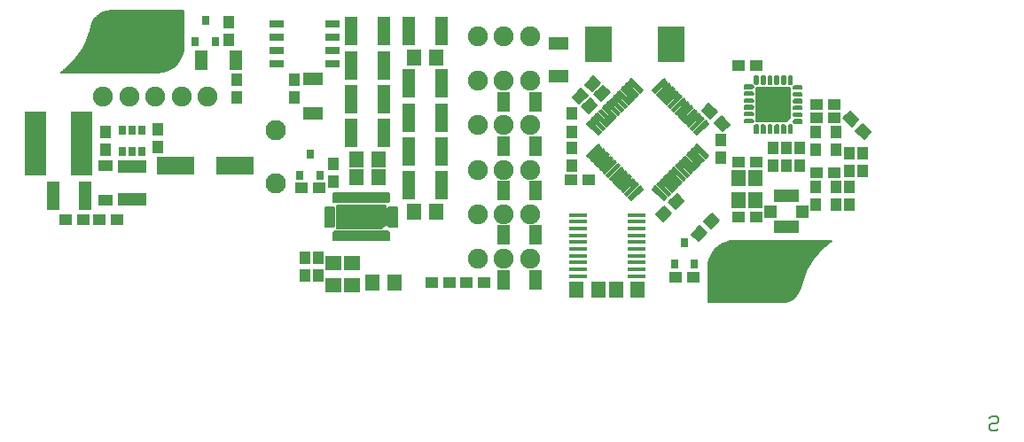
<source format=gbs>
G04 BAE OUTPUT*
%MOIN*%
%ADD10C,0.00500*%
%ADD11C,0.00787*%
%ADD12R,0.00787X0.05904*%
%ADD13R,0.00787X0.05906*%
%ADD14R,0.00787X0.06299*%
%ADD15R,0.00787X0.10236*%
%ADD16C,0.00984*%
%ADD17R,0.00984X0.09843*%
%ADD18R,0.00984X0.11811*%
%ADD19R,0.00984X0.27559*%
%ADD20R,0.00984X0.44291*%
%ADD21C,0.00985*%
%ADD22R,0.00985X0.09843*%
%ADD23R,0.00985X0.11811*%
%ADD24R,0.00985X0.27559*%
%ADD25R,0.00985X0.44291*%
%ADD26R,0.01102X0.05904*%
%ADD27R,0.01102X0.05906*%
%ADD28C,0.01181*%
%ADD29R,0.01181X0.06102*%
%ADD30R,0.01181X0.11811*%
%ADD31C,0.01575*%
%ADD32R,0.01575X0.02362*%
%ADD33R,0.01575X0.05906*%
%ADD34R,0.01575X0.18898*%
%ADD35R,0.01575X0.23228*%
%ADD36C,0.01576*%
%ADD37R,0.01576X0.02362*%
%ADD38R,0.01576X0.05904*%
%ADD39R,0.01576X0.18898*%
%ADD40R,0.01576X0.23228*%
%ADD41R,0.01693X0.06496*%
%ADD42R,0.01772X0.06693*%
%ADD43C,0.01969*%
%ADD44R,0.01969X0.02362*%
%ADD45R,0.02164X0.06496*%
%ADD46R,0.02165X0.06496*%
%ADD47R,0.02362X0.01575*%
%ADD48R,0.02362X0.01576*%
%ADD49R,0.02362X0.01969*%
%ADD50C,0.02362*%
%ADD51R,0.02362X0.02362*%
%ADD52R,0.02362X0.02755*%
%ADD53R,0.02362X0.02756*%
%ADD54R,0.02362X0.05118*%
%ADD55R,0.02362X0.06102*%
%ADD56R,0.02520X0.02520*%
%ADD57R,0.02755X0.02362*%
%ADD58R,0.02756X0.02362*%
%ADD59R,0.02953X0.03346*%
%ADD60R,0.02953X0.05709*%
%ADD61R,0.02953X0.06693*%
%ADD62R,0.03150X0.05904*%
%ADD63R,0.03150X0.05906*%
%ADD64R,0.03346X0.02953*%
%ADD65C,0.03543*%
%ADD66R,0.03543X0.04331*%
%ADD67R,0.03543X0.04724*%
%ADD68R,0.03543X0.04725*%
%ADD69R,0.03543X0.05904*%
%ADD70R,0.03543X0.05906*%
%ADD71R,0.03543X0.06299*%
%ADD72R,0.03740X0.06496*%
%ADD73C,0.03937*%
%ADD74R,0.03937X0.04134*%
%ADD75R,0.03937X0.06693*%
%ADD76R,0.03937X0.11811*%
%ADD77R,0.04134X0.03937*%
%ADD78R,0.04134X0.04921*%
%ADD79R,0.04134X0.05315*%
%ADD80R,0.04134X0.05316*%
%ADD81R,0.04134X0.08661*%
%ADD82R,0.04331X0.03543*%
%ADD83R,0.04331X0.06693*%
%ADD84R,0.04331X0.10236*%
%ADD85R,0.04528X0.04724*%
%ADD86R,0.04528X0.04725*%
%ADD87R,0.04528X0.07283*%
%ADD88R,0.04528X0.12402*%
%ADD89R,0.04724X0.03543*%
%ADD90R,0.04724X0.04528*%
%ADD91R,0.04724X0.05512*%
%ADD92R,0.04724X0.05906*%
%ADD93R,0.04724X0.07087*%
%ADD94R,0.04724X0.09252*%
%ADD95R,0.04725X0.03543*%
%ADD96R,0.04725X0.04528*%
%ADD97R,0.04725X0.05512*%
%ADD98R,0.04725X0.05904*%
%ADD99R,0.04725X0.07087*%
%ADD100R,0.04725X0.09252*%
%ADD101R,0.04921X0.04134*%
%ADD102R,0.04921X0.07283*%
%ADD103R,0.04921X0.10827*%
%ADD104R,0.05118X0.02362*%
%ADD105R,0.05315X0.04134*%
%ADD106R,0.05315X0.06102*%
%ADD107R,0.05315X0.06496*%
%ADD108R,0.05315X0.07677*%
%ADD109R,0.05316X0.04134*%
%ADD110R,0.05316X0.06102*%
%ADD111R,0.05316X0.06496*%
%ADD112R,0.05316X0.07677*%
%ADD113R,0.05512X0.04724*%
%ADD114R,0.05512X0.04725*%
%ADD115R,0.05709X0.02953*%
%ADD116R,0.05709X0.07874*%
%ADD117R,0.05709X0.07875*%
%ADD118R,0.05904X0.00787*%
%ADD119R,0.05904X0.01102*%
%ADD120R,0.05904X0.01576*%
%ADD121R,0.05904X0.03150*%
%ADD122R,0.05904X0.03543*%
%ADD123R,0.05904X0.04725*%
%ADD124R,0.05904X0.09449*%
%ADD125R,0.05906X0.00787*%
%ADD126R,0.05906X0.01102*%
%ADD127R,0.05906X0.01575*%
%ADD128R,0.05906X0.03150*%
%ADD129R,0.05906X0.03543*%
%ADD130R,0.05906X0.04724*%
%ADD131R,0.05906X0.09449*%
%ADD132R,0.06102X0.01181*%
%ADD133R,0.06102X0.02362*%
%ADD134R,0.06102X0.05315*%
%ADD135R,0.06102X0.05316*%
%ADD136R,0.06299X0.00787*%
%ADD137R,0.06299X0.03543*%
%ADD138C,0.06299*%
%ADD139R,0.06299X0.08268*%
%ADD140R,0.06299X0.08465*%
%ADD141R,0.06299X0.08466*%
%ADD142R,0.06299X0.13780*%
%ADD143R,0.06496X0.01693*%
%ADD144R,0.06496X0.02164*%
%ADD145R,0.06496X0.02165*%
%ADD146R,0.06496X0.03740*%
%ADD147R,0.06496X0.05315*%
%ADD148R,0.06496X0.05316*%
%ADD149R,0.06693X0.01772*%
%ADD150R,0.06693X0.02953*%
%ADD151R,0.06693X0.03937*%
%ADD152R,0.06693X0.04331*%
%ADD153R,0.06890X0.08858*%
%ADD154R,0.06890X0.14370*%
%ADD155R,0.07087X0.04724*%
%ADD156R,0.07087X0.04725*%
%ADD157C,0.07087*%
%ADD158R,0.07283X0.04528*%
%ADD159R,0.07283X0.04921*%
%ADD160R,0.07283X0.08661*%
%ADD161C,0.07480*%
%ADD162R,0.07677X0.05315*%
%ADD163R,0.07677X0.05316*%
%ADD164C,0.07677*%
%ADD165R,0.07874X0.05709*%
%ADD166R,0.07874X0.23622*%
%ADD167R,0.07875X0.05709*%
%ADD168R,0.07875X0.23622*%
%ADD169R,0.08268X0.06299*%
%ADD170C,0.08268*%
%ADD171R,0.08465X0.06299*%
%ADD172R,0.08465X0.24213*%
%ADD173R,0.08466X0.06299*%
%ADD174R,0.08466X0.24213*%
%ADD175R,0.08661X0.04134*%
%ADD176R,0.08661X0.07283*%
%ADD177R,0.08858X0.06890*%
%ADD178C,0.09054*%
%ADD179C,0.09055*%
%ADD180R,0.09252X0.04724*%
%ADD181R,0.09252X0.04725*%
%ADD182R,0.09449X0.05904*%
%ADD183R,0.09449X0.05906*%
%ADD184C,0.09449*%
%ADD185R,0.09843X0.00984*%
%ADD186R,0.09843X0.00985*%
%ADD187R,0.09843X0.12992*%
%ADD188R,0.10236X0.00787*%
%ADD189R,0.10236X0.04331*%
%ADD190R,0.10433X0.13583*%
%ADD191R,0.10827X0.04921*%
%ADD192R,0.11811X0.00984*%
%ADD193R,0.11811X0.00985*%
%ADD194R,0.11811X0.01181*%
%ADD195R,0.11811X0.03937*%
%ADD196R,0.12402X0.04528*%
%ADD197C,0.12598*%
%ADD198R,0.12992X0.09843*%
%ADD199R,0.13583X0.10433*%
%ADD200R,0.13780X0.06299*%
%ADD201R,0.14370X0.06890*%
%ADD202R,0.16142X0.18898*%
%ADD203R,0.16732X0.19488*%
%ADD204C,0.17717*%
%ADD205R,0.18898X0.01575*%
%ADD206R,0.18898X0.01576*%
%ADD207R,0.18898X0.16142*%
%ADD208R,0.19488X0.16732*%
%ADD209R,0.23228X0.01575*%
%ADD210R,0.23228X0.01576*%
%ADD211R,0.23622X0.07874*%
%ADD212R,0.23622X0.07875*%
%ADD213R,0.24213X0.08465*%
%ADD214R,0.24213X0.08466*%
%ADD215R,0.27559X0.00984*%
%ADD216R,0.27559X0.00985*%
%ADD217R,0.44291X0.00984*%
%ADD218R,0.44291X0.00985*%
%FSLAX34Y34*%
%MOMM*%
G01*
X0Y0D02*
G54D10*
X1013661Y437259D02*
X1005720Y429318D01*
X1012247Y422791*
X1020188Y430732*
X1013661Y437259*
X1025682Y449280D02*
X1017741Y441339D01*
X1024268Y434812*
X1032209Y442753*
X1025682Y449280*
X1143723Y415303D02*
X1135782Y423244D01*
X1129256Y416718*
X1137197Y408777*
X1143723Y415303*
X1155744Y403282D02*
X1147803Y411223D01*
X1141277Y404697*
X1149218Y396756*
X1155744Y403282*
X1104053Y322527D02*
X1111994Y330468D01*
X1105468Y336994*
X1097527Y329053*
X1104053Y322527*
X1092033Y310506D02*
X1099973Y318447D01*
X1093447Y324973*
X1085506Y317032*
X1092033Y310506*
X1278723Y407803D02*
X1270783Y415744D01*
X1264256Y409218*
X1272197Y401277*
X1278723Y407803*
X1290744Y395782D02*
X1282803Y403723D01*
X1276277Y397197*
X1284218Y389256*
X1290744Y395782*
X1030230Y393290D02*
X1033221Y396281D01*
X1022452Y407050*
X1019461Y404059*
X1030230Y393290*
X1062898Y425958D02*
X1065041Y428100D01*
X1054272Y438870*
X1052129Y436727*
X1062898Y425958*
X1066434Y429493D02*
X1068576Y431636D01*
X1057807Y442405*
X1055665Y440263*
X1066434Y429493*
X1069969Y433029D02*
X1072960Y436020D01*
X1062191Y446789*
X1059200Y443798*
X1069969Y433029*
X1082040Y436020D02*
X1085031Y433029D01*
X1095800Y443798*
X1092809Y446789*
X1082040Y436020*
X1086424Y431636D02*
X1088566Y429493D01*
X1099335Y440263*
X1097193Y442405*
X1086424Y431636*
X1089959Y428100D02*
X1092102Y425958D01*
X1102871Y436727*
X1100728Y438870*
X1089959Y428100*
X1093495Y424565D02*
X1095637Y422422D01*
X1106407Y433192*
X1104264Y435334*
X1093495Y424565*
X1097030Y421029D02*
X1099173Y418887D01*
X1109942Y429656*
X1107800Y431799*
X1097030Y421029*
X1100566Y417494D02*
X1102708Y415351D01*
X1113478Y426121*
X1111335Y428263*
X1100566Y417494*
X1104101Y413958D02*
X1106244Y411816D01*
X1117013Y422585*
X1114871Y424728*
X1104101Y413958*
X1034614Y397674D02*
X1036757Y399816D01*
X1025987Y410585*
X1023845Y408443*
X1034614Y397674*
X1107637Y410423D02*
X1109779Y408280D01*
X1120549Y419050*
X1118406Y421192*
X1107637Y410423*
X1111172Y406887D02*
X1113315Y404745D01*
X1124084Y415514*
X1121942Y417657*
X1111172Y406887*
X1114708Y403352D02*
X1116851Y401209D01*
X1127620Y411978*
X1125477Y414121*
X1114708Y403352*
X1118244Y399816D02*
X1120386Y397674D01*
X1131155Y408443*
X1129013Y410585*
X1118244Y399816*
X1121779Y396281D02*
X1124770Y393290D01*
X1135539Y404059*
X1132548Y407050*
X1121779Y396281*
X1124770Y384210D02*
X1121779Y381219D01*
X1132548Y370450*
X1135539Y373441*
X1124770Y384210*
X1120386Y379826D02*
X1118244Y377684D01*
X1129013Y366915*
X1131155Y369057*
X1120386Y379826*
X1116851Y376291D02*
X1114708Y374148D01*
X1125477Y363379*
X1127620Y365522*
X1116851Y376291*
X1113315Y372755D02*
X1111172Y370613D01*
X1121942Y359843*
X1124084Y361986*
X1113315Y372755*
X1109779Y369220D02*
X1107637Y367077D01*
X1118406Y356308*
X1120549Y358450*
X1109779Y369220*
X1038150Y401209D02*
X1040292Y403352D01*
X1029523Y414121*
X1027380Y411978*
X1038150Y401209*
X1106244Y365684D02*
X1104101Y363542D01*
X1114871Y352772*
X1117013Y354915*
X1106244Y365684*
X1102708Y362149D02*
X1100566Y360006D01*
X1111335Y349237*
X1113478Y351379*
X1102708Y362149*
X1099173Y358613D02*
X1097030Y356471D01*
X1107800Y345701*
X1109942Y347844*
X1099173Y358613*
X1095637Y355078D02*
X1093495Y352935D01*
X1104264Y342166*
X1106407Y344308*
X1095637Y355078*
X1092102Y351542D02*
X1089959Y349400D01*
X1100729Y338630*
X1102871Y340773*
X1092102Y351542*
X1088566Y348007D02*
X1086424Y345864D01*
X1097193Y335095*
X1099335Y337237*
X1088566Y348007*
X1085031Y344471D02*
X1082040Y341480D01*
X1092809Y330711*
X1095800Y333702*
X1085031Y344471*
X1072960Y341480D02*
X1069969Y344471D01*
X1059200Y333702*
X1062191Y330711*
X1072960Y341480*
X1068576Y345864D02*
X1066434Y348007D01*
X1055665Y337237*
X1057807Y335095*
X1068576Y345864*
X1065041Y349400D02*
X1062898Y351542D01*
X1052129Y340773*
X1054272Y338630*
X1065041Y349400*
X1041685Y404745D02*
X1043828Y406887D01*
X1033058Y417657*
X1030916Y415514*
X1041685Y404745*
X1061505Y352935D02*
X1059363Y355078D01*
X1048593Y344308*
X1050736Y342166*
X1061505Y352935*
X1057970Y356471D02*
X1055827Y358613D01*
X1045058Y347844*
X1047200Y345701*
X1057970Y356471*
X1054434Y360006D02*
X1052292Y362149D01*
X1041522Y351379*
X1043665Y349237*
X1054434Y360006*
X1050899Y363542D02*
X1048756Y365684D01*
X1037987Y354915*
X1040129Y352772*
X1050899Y363542*
X1047363Y367077D02*
X1045221Y369220D01*
X1034451Y358450*
X1036594Y356308*
X1047363Y367077*
X1043828Y370613D02*
X1041685Y372755D01*
X1030916Y361986*
X1033058Y359843*
X1043828Y370613*
X1040292Y374148D02*
X1038150Y376291D01*
X1027380Y365522*
X1029523Y363379*
X1040292Y374148*
X1036757Y377684D02*
X1034614Y379826D01*
X1023845Y369057*
X1025987Y366915*
X1036757Y377684*
X1033221Y381219D02*
X1030230Y384210D01*
X1019461Y373441*
X1022452Y370450*
X1033221Y381219*
X1045221Y408280D02*
X1047363Y410423D01*
X1036594Y421192*
X1034451Y419050*
X1045221Y408280*
X1048756Y411816D02*
X1050899Y413958D01*
X1040129Y424728*
X1037987Y422585*
X1048756Y411816*
X1052292Y415351D02*
X1054434Y417494D01*
X1043665Y428263*
X1041522Y426121*
X1052292Y415351*
X1055827Y418887D02*
X1057970Y421029D01*
X1047200Y431799*
X1045058Y429656*
X1055827Y418887*
X1059363Y422422D02*
X1061505Y424565D01*
X1050736Y435334*
X1048593Y433192*
X1059363Y422422*
X1212260Y395260D02*
X1215240D01*
Y401750*
X1215211Y402041*
X1215127Y402320*
X1214989Y402578*
X1214804Y402804*
X1214578Y402989*
X1214320Y403127*
X1214041Y403211*
X1213750Y403240*
X1213459Y403211*
X1213180Y403127*
X1212922Y402989*
X1212697Y402804*
X1212511Y402578*
X1212374Y402320*
X1212289Y402041*
X1212260Y401750*
Y395260*
X1170260Y427740D02*
Y424760D01*
X1176750*
X1177041Y424789*
X1177320Y424873*
X1177578Y425011*
X1177804Y425196*
X1177989Y425422*
X1178127Y425680*
X1178211Y425959*
X1178240Y426250*
X1178211Y426541*
X1178127Y426820*
X1177989Y427078*
X1177804Y427304*
X1177578Y427489*
X1177320Y427627*
X1177041Y427711*
X1176750Y427740*
X1170260*
X1170260Y434240D02*
Y431260D01*
X1176750*
X1177041Y431289*
X1177320Y431373*
X1177578Y431511*
X1177804Y431696*
X1177989Y431922*
X1178127Y432180*
X1178211Y432459*
X1178240Y432750*
X1178211Y433041*
X1178127Y433320*
X1177989Y433578*
X1177804Y433804*
X1177578Y433989*
X1177320Y434127*
X1177041Y434211*
X1176750Y434240*
X1170260*
X1170260Y440740D02*
Y437760D01*
X1176750*
X1177041Y437789*
X1177320Y437873*
X1177578Y438011*
X1177804Y438196*
X1177989Y438422*
X1178127Y438680*
X1178211Y438959*
X1178240Y439250*
X1178211Y439541*
X1178127Y439820*
X1177989Y440078*
X1177804Y440304*
X1177578Y440489*
X1177320Y440627*
X1177041Y440711*
X1176750Y440740*
X1170260*
X1182740Y449740D02*
X1179760D01*
Y443250*
X1179789Y442959*
X1179873Y442680*
X1180011Y442422*
X1180196Y442196*
X1180422Y442011*
X1180680Y441873*
X1180959Y441789*
X1181250Y441760*
X1181541Y441789*
X1181820Y441873*
X1182078Y442011*
X1182304Y442196*
X1182489Y442422*
X1182627Y442680*
X1182712Y442959*
X1182740Y443250*
Y449740*
X1189240Y449740D02*
X1186260D01*
Y443250*
X1186289Y442959*
X1186373Y442680*
X1186511Y442422*
X1186696Y442196*
X1186922Y442011*
X1187180Y441873*
X1187459Y441789*
X1187750Y441760*
X1188041Y441789*
X1188320Y441873*
X1188578Y442011*
X1188804Y442196*
X1188989Y442422*
X1189127Y442680*
X1189212Y442959*
X1189240Y443250*
Y449740*
X1195740Y449740D02*
X1192760D01*
Y443250*
X1192789Y442959*
X1192873Y442680*
X1193011Y442422*
X1193196Y442196*
X1193422Y442011*
X1193680Y441873*
X1193959Y441789*
X1194250Y441760*
X1194541Y441789*
X1194820Y441873*
X1195078Y442011*
X1195304Y442196*
X1195489Y442422*
X1195627Y442680*
X1195712Y442959*
X1195740Y443250*
Y449740*
X1202240Y449740D02*
X1199260D01*
Y443250*
X1199289Y442959*
X1199373Y442680*
X1199511Y442422*
X1199696Y442196*
X1199922Y442011*
X1200180Y441873*
X1200459Y441789*
X1200750Y441760*
X1201041Y441789*
X1201320Y441873*
X1201578Y442011*
X1201804Y442196*
X1201989Y442422*
X1202127Y442680*
X1202212Y442959*
X1202240Y443250*
Y449740*
X1208740Y449740D02*
X1205760D01*
Y443250*
X1205789Y442959*
X1205873Y442680*
X1206011Y442422*
X1206196Y442196*
X1206422Y442011*
X1206680Y441873*
X1206959Y441789*
X1207250Y441760*
X1207541Y441789*
X1207820Y441873*
X1208078Y442011*
X1208304Y442196*
X1208489Y442422*
X1208627Y442680*
X1208712Y442959*
X1208740Y443250*
Y449740*
X1215240Y449740D02*
X1212260D01*
Y443250*
X1212289Y442959*
X1212373Y442680*
X1212511Y442422*
X1212696Y442196*
X1212922Y442011*
X1213180Y441873*
X1213459Y441789*
X1213750Y441760*
X1214041Y441789*
X1214320Y441873*
X1214578Y442011*
X1214804Y442196*
X1214989Y442422*
X1215127Y442680*
X1215212Y442959*
X1215240Y443250*
Y449740*
X1224740Y437260D02*
Y440240D01*
X1218250*
X1217959Y440211*
X1217680Y440127*
X1217422Y439989*
X1217196Y439804*
X1217011Y439578*
X1216873Y439320*
X1216789Y439041*
X1216760Y438750*
X1216789Y438459*
X1216873Y438180*
X1217011Y437922*
X1217196Y437696*
X1217422Y437511*
X1217680Y437373*
X1217959Y437289*
X1218250Y437260*
X1224740*
X1205760Y395260D02*
X1208740D01*
Y401750*
X1208711Y402041*
X1208627Y402320*
X1208489Y402578*
X1208304Y402804*
X1208078Y402989*
X1207820Y403127*
X1207541Y403211*
X1207250Y403240*
X1206959Y403211*
X1206680Y403127*
X1206422Y402989*
X1206197Y402804*
X1206011Y402578*
X1205874Y402320*
X1205789Y402041*
X1205760Y401750*
Y395260*
X1224740Y430760D02*
Y433740D01*
X1218250*
X1217959Y433711*
X1217680Y433627*
X1217422Y433489*
X1217196Y433304*
X1217011Y433078*
X1216873Y432820*
X1216789Y432541*
X1216760Y432250*
X1216789Y431959*
X1216873Y431680*
X1217011Y431422*
X1217196Y431196*
X1217422Y431011*
X1217680Y430873*
X1217959Y430789*
X1218250Y430760*
X1224740*
X1224740Y424260D02*
Y427240D01*
X1218250*
X1217959Y427211*
X1217680Y427127*
X1217422Y426989*
X1217196Y426804*
X1217011Y426578*
X1216873Y426320*
X1216789Y426041*
X1216760Y425750*
X1216789Y425459*
X1216873Y425180*
X1217011Y424922*
X1217196Y424696*
X1217422Y424511*
X1217680Y424374*
X1217959Y424289*
X1218250Y424260*
X1224740*
X1224740Y417760D02*
Y420740D01*
X1218250*
X1217959Y420711*
X1217680Y420627*
X1217422Y420489*
X1217196Y420304*
X1217011Y420078*
X1216873Y419820*
X1216789Y419541*
X1216760Y419250*
X1216789Y418959*
X1216873Y418680*
X1217011Y418422*
X1217196Y418196*
X1217422Y418011*
X1217680Y417873*
X1217959Y417789*
X1218250Y417760*
X1224740*
X1224740Y411260D02*
Y414240D01*
X1218250*
X1217959Y414211*
X1217680Y414127*
X1217422Y413989*
X1217196Y413804*
X1217011Y413578*
X1216873Y413320*
X1216789Y413041*
X1216760Y412750*
X1216789Y412459*
X1216873Y412180*
X1217011Y411922*
X1217196Y411696*
X1217422Y411511*
X1217680Y411373*
X1217959Y411289*
X1218250Y411260*
X1224740*
X1224740Y404760D02*
Y407740D01*
X1218250*
X1217959Y407711*
X1217680Y407627*
X1217422Y407489*
X1217196Y407304*
X1217011Y407078*
X1216873Y406820*
X1216789Y406541*
X1216760Y406250*
X1216789Y405959*
X1216873Y405680*
X1217011Y405422*
X1217196Y405196*
X1217422Y405011*
X1217680Y404873*
X1217959Y404789*
X1218250Y404760*
X1224740*
X1199260Y395260D02*
X1202240D01*
Y401750*
X1202211Y402041*
X1202127Y402320*
X1201989Y402578*
X1201804Y402804*
X1201578Y402989*
X1201320Y403127*
X1201041Y403211*
X1200750Y403240*
X1200459Y403211*
X1200180Y403127*
X1199922Y402989*
X1199697Y402804*
X1199511Y402578*
X1199374Y402320*
X1199289Y402041*
X1199260Y401750*
Y395260*
X1192760Y395260D02*
X1195740D01*
Y401750*
X1195711Y402041*
X1195627Y402320*
X1195489Y402578*
X1195304Y402804*
X1195078Y402989*
X1194820Y403127*
X1194541Y403211*
X1194250Y403240*
X1193959Y403211*
X1193680Y403127*
X1193422Y402989*
X1193197Y402804*
X1193011Y402578*
X1192874Y402320*
X1192789Y402041*
X1192760Y401750*
Y395260*
X1186260Y395260D02*
X1189240D01*
Y401750*
X1189211Y402041*
X1189127Y402320*
X1188989Y402578*
X1188804Y402804*
X1188578Y402989*
X1188320Y403127*
X1188041Y403211*
X1187750Y403240*
X1187459Y403211*
X1187180Y403127*
X1186922Y402989*
X1186697Y402804*
X1186511Y402578*
X1186374Y402320*
X1186289Y402041*
X1186260Y401750*
Y395260*
X1179760Y395260D02*
X1182740D01*
Y401750*
X1182711Y402041*
X1182627Y402320*
X1182489Y402578*
X1182304Y402804*
X1182078Y402989*
X1181820Y403127*
X1181541Y403211*
X1181250Y403240*
X1180959Y403211*
X1180680Y403127*
X1180422Y402989*
X1180197Y402804*
X1180011Y402578*
X1179874Y402320*
X1179789Y402041*
X1179760Y401750*
Y395260*
X1170260Y408240D02*
Y405260D01*
X1176750*
X1177041Y405289*
X1177320Y405374*
X1177578Y405511*
X1177804Y405696*
X1177989Y405922*
X1178127Y406180*
X1178211Y406459*
X1178240Y406750*
X1178211Y407041*
X1178127Y407320*
X1177989Y407578*
X1177804Y407804*
X1177578Y407989*
X1177320Y408127*
X1177041Y408211*
X1176750Y408240*
X1170260*
X1170260Y414740D02*
Y411760D01*
X1176750*
X1177041Y411789*
X1177320Y411873*
X1177578Y412011*
X1177804Y412196*
X1177989Y412422*
X1178127Y412680*
X1178211Y412959*
X1178240Y413250*
X1178211Y413541*
X1178127Y413820*
X1177989Y414078*
X1177804Y414304*
X1177578Y414489*
X1177320Y414627*
X1177041Y414711*
X1176750Y414740*
X1170260*
X1170260Y421240D02*
Y418260D01*
X1176750*
X1177041Y418289*
X1177320Y418373*
X1177578Y418511*
X1177804Y418696*
X1177989Y418922*
X1178127Y419180*
X1178211Y419459*
X1178240Y419750*
X1178211Y420041*
X1178127Y420320*
X1177989Y420578*
X1177804Y420804*
X1177578Y420989*
X1177320Y421127*
X1177041Y421211*
X1176750Y421240*
X1170260*
X1213615Y410013D02*
Y438000D01*
X1213603Y438120*
X1213568Y438235*
X1213511Y438342*
X1213435Y438435*
X1213342Y438511*
X1213235Y438568*
X1213120Y438603*
X1213000Y438615*
X1182000*
X1181880Y438603*
X1181765Y438568*
X1181658Y438511*
X1181565Y438435*
X1181489Y438342*
X1181432Y438235*
X1181397Y438120*
X1181385Y438000*
Y407000*
X1181397Y406880*
X1181432Y406765*
X1181489Y406658*
X1181565Y406565*
X1181658Y406489*
X1181765Y406432*
X1181880Y406397*
X1182000Y406385*
X1209987*
X1213615Y410013*
X823298Y303885D02*
X826865Y307452D01*
Y325500*
X826853Y325620*
X826818Y325735*
X826761Y325842*
X826685Y325935*
X826592Y326011*
X826485Y326068*
X826370Y326103*
X826250Y326115*
X781250*
X781130Y326103*
X781015Y326068*
X780908Y326011*
X780815Y325935*
X780739Y325842*
X780682Y325735*
X780647Y325620*
X780635Y325500*
Y304500*
X780647Y304380*
X780682Y304265*
X780739Y304158*
X780815Y304065*
X780908Y303989*
X781015Y303932*
X781130Y303897*
X781250Y303885*
X823298*
X830365Y292385D02*
Y299500D01*
X830334Y299815*
X830242Y300118*
X830093Y300397*
X829892Y300642*
X829647Y300843*
X829368Y300992*
X829065Y301084*
X828750Y301115*
X778750*
X778435Y301084*
X778132Y300992*
X777853Y300843*
X777608Y300642*
X777407Y300397*
X777258Y300118*
X777166Y299815*
X777135Y299500*
Y292385*
X830365*
X777135Y337615D02*
Y330500D01*
X777166Y330185*
X777258Y329882*
X777407Y329603*
X777608Y329358*
X777853Y329157*
X778132Y329008*
X778435Y328916*
X778750Y328885*
X828750*
X829065Y328916*
X829368Y329008*
X829647Y329157*
X829892Y329358*
X830093Y329603*
X830242Y329882*
X830334Y330185*
X830365Y330500*
Y337615*
X777135*
X837865Y324115D02*
X830750D01*
X830435Y324084*
X830132Y323992*
X829853Y323843*
X829608Y323642*
X829407Y323397*
X829258Y323118*
X829166Y322815*
X829135Y322500*
Y307500*
X829166Y307185*
X829258Y306882*
X829407Y306603*
X829608Y306358*
X829853Y306157*
X830132Y306008*
X830435Y305916*
X830750Y305885*
X837865*
Y324115*
X769635Y305885D02*
X776750D01*
X777065Y305916*
X777368Y306008*
X777647Y306157*
X777892Y306358*
X778093Y306603*
X778242Y306882*
X778334Y307185*
X778365Y307500*
Y322500*
X778334Y322815*
X778242Y323118*
X778093Y323397*
X777892Y323642*
X777647Y323843*
X777368Y323992*
X777065Y324084*
X776750Y324115*
X769635*
Y305885*
X1127197Y306223D02*
X1119256Y298283D01*
X1125782Y291756*
X1133723Y299697*
X1127197Y306223*
X1139218Y318244D02*
X1131277Y310303D01*
X1137803Y303777*
X1145744Y311718*
X1139218Y318244*
X1033107Y425973D02*
X1041047Y433914D01*
X1034521Y440441*
X1026580Y432500*
X1033107Y425973*
X1021086Y413953D02*
X1029027Y421893D01*
X1022500Y428420*
X1014559Y420479*
X1021086Y413953*
X546096Y496701D02*
X545141Y492892D01*
X543983Y489141*
X542623Y485457*
X541068Y481852*
X539320Y478336*
X537385Y474919*
X535269Y471611*
X532978Y468422*
X530518Y465362*
X527897Y462438*
X525122Y459660*
X522202Y457036*
X519144Y454573*
X517191Y453135*
X610000*
X613910Y453451*
X617719Y454390*
X621327Y455928*
X624642Y458025*
X627578Y460628*
X630057Y463667*
X632017Y467065*
X633407Y470734*
X634189Y474578*
X634365Y477500*
Y511865*
X565000*
X561222Y511493*
X557589Y510391*
X554241Y508601*
X551307Y506193*
X548899Y503259*
X547109Y499911*
X546096Y496701*
X1223904Y248299D02*
X1224859Y252108D01*
X1226017Y255859*
X1227376Y259543*
X1228932Y263148*
X1230680Y266665*
X1232615Y270081*
X1234731Y273389*
X1237022Y276578*
X1239482Y279638*
X1242103Y282562*
X1244878Y285340*
X1247798Y287964*
X1250856Y290427*
X1252809Y291865*
X1160000*
X1156090Y291549*
X1152281Y290610*
X1148673Y289072*
X1145358Y286975*
X1142422Y284372*
X1139943Y281333*
X1137983Y277935*
X1136593Y274266*
X1135811Y270422*
X1135635Y267500*
Y233135*
X1205000*
X1208778Y233507*
X1212411Y234609*
X1215759Y236399*
X1218693Y238807*
X1221102Y241741*
X1222891Y245089*
X1223904Y248299*
D02*
G54D11*
X1013661Y436361D02*
X1006618Y429318D01*
X1012247Y423689*
X1019290Y430732*
X1013661Y436361*
X1025682Y448382D02*
X1018639Y441339D01*
X1024268Y435710*
X1031311Y442753*
X1025682Y448382*
X1142825Y415303D02*
X1135782Y422346D01*
X1130154Y416718*
X1137197Y409675*
X1142825Y415303*
X1154846Y403282D02*
X1147803Y410325D01*
X1142175Y404697*
X1149218Y397654*
X1154846Y403282*
X1104053Y323425D02*
X1111096Y330468D01*
X1105468Y336096*
X1098425Y329053*
X1104053Y323425*
X1092033Y311404D02*
X1099075Y318447D01*
X1093447Y324075*
X1086404Y317032*
X1092033Y311404*
X1277825Y407803D02*
X1270783Y414846D01*
X1265154Y409218*
X1272197Y402175*
X1277825Y407803*
X1289846Y395782D02*
X1282803Y402825D01*
X1277175Y397197*
X1284218Y390154*
X1289846Y395782*
X1030230Y394188D02*
X1032323Y396281D01*
X1022452Y406152*
X1020359Y404059*
X1030230Y394188*
X1062898Y426856D02*
X1064143Y428100D01*
X1054272Y437972*
X1053027Y436727*
X1062898Y426856*
X1053030Y436725D02*
Y436730D01*
X1054419Y435336D02*
Y437825D01*
X1055807Y433947D02*
Y436436D01*
X1057196Y432558D02*
Y435047D01*
X1058585Y431169D02*
Y433658D01*
X1059974Y429781D02*
Y432270D01*
X1061362Y428392D02*
Y430881D01*
X1062751Y427003D02*
Y429492D01*
X1064140Y428098D02*
Y428103D01*
X1066434Y430391D02*
X1067678Y431636D01*
X1057807Y441507*
X1056563Y440263*
X1066434Y430391*
X1056565Y440260D02*
Y440265D01*
X1057954Y438871D02*
Y441360D01*
X1059343Y437482D02*
Y439971D01*
X1060732Y436094D02*
Y438583D01*
X1062120Y434705D02*
Y437194D01*
X1063509Y433316D02*
Y435805D01*
X1064898Y431927D02*
Y434416D01*
X1066287Y430538D02*
Y433027D01*
X1067676Y431633D02*
Y431639D01*
X1069969Y433927D02*
X1072062Y436020D01*
X1062191Y445891*
X1060098Y443798*
X1069969Y433927*
X1082938Y436020D02*
X1085031Y433927D01*
X1094902Y443798*
X1092809Y445891*
X1082938Y436020*
X1087322Y431636D02*
X1088566Y430391D01*
X1098437Y440263*
X1097193Y441507*
X1087322Y431636*
X1087324Y431633D02*
Y431639D01*
X1088713Y430538D02*
Y433027D01*
X1090102Y431927D02*
Y434416D01*
X1091491Y433316D02*
Y435805D01*
X1092880Y434705D02*
Y437194D01*
X1094268Y436094D02*
Y438583D01*
X1095657Y437482D02*
Y439971D01*
X1097046Y438871D02*
Y441360D01*
X1098435Y440260D02*
Y440265D01*
X1090857Y428100D02*
X1092102Y426856D01*
X1101973Y436727*
X1100728Y437972*
X1090857Y428100*
X1090860Y428098D02*
Y428103D01*
X1092249Y427003D02*
Y429492D01*
X1093637Y428392D02*
Y430881D01*
X1095026Y429780D02*
Y432270D01*
X1096415Y431169D02*
Y433658D01*
X1097804Y432558D02*
Y435047D01*
X1099193Y433947D02*
Y436436D01*
X1100582Y435336D02*
Y437825D01*
X1101970Y436725D02*
Y436730D01*
X1094393Y424565D02*
X1095637Y423320D01*
X1105509Y433192*
X1104264Y434436*
X1094393Y424565*
X1094395Y424562D02*
Y424568D01*
X1095784Y423467D02*
Y425956D01*
X1097173Y424856D02*
Y427345D01*
X1098562Y426245D02*
Y428734D01*
X1099951Y427634D02*
Y430123D01*
X1101340Y429023D02*
Y431512D01*
X1102728Y430411D02*
Y432901D01*
X1104117Y431800D02*
Y434289D01*
X1105506Y433189D02*
Y433194D01*
X1097928Y421029D02*
X1099173Y419785D01*
X1109044Y429656*
X1107800Y430901*
X1097928Y421029*
X1097931Y421027D02*
Y421032D01*
X1099320Y419932D02*
Y422421D01*
X1100709Y421321D02*
Y423810D01*
X1102097Y422709D02*
Y425198D01*
X1103486Y424098D02*
Y426587D01*
X1104875Y425487D02*
Y427976D01*
X1106264Y426876D02*
Y429365D01*
X1107653Y428265D02*
Y430754D01*
X1109041Y429653D02*
Y429659D01*
X1101464Y417494D02*
X1102708Y416249D01*
X1112580Y426121*
X1111335Y427365*
X1101464Y417494*
X1101466Y417491D02*
Y417497D01*
X1102855Y416396D02*
Y418885D01*
X1104244Y417785D02*
Y420274D01*
X1105633Y419174D02*
Y421663D01*
X1107022Y420563D02*
Y423052D01*
X1108411Y421951D02*
Y424441D01*
X1109799Y423340D02*
Y425829D01*
X1111188Y424729D02*
Y427218D01*
X1112577Y426118D02*
Y426123D01*
X1104999Y413958D02*
X1106244Y412714D01*
X1116115Y422585*
X1114871Y423830*
X1104999Y413958*
X1105002Y413956D02*
Y413961D01*
X1106391Y412861D02*
Y415350D01*
X1107780Y414249D02*
Y416739D01*
X1109168Y415638D02*
Y418127D01*
X1110557Y417027D02*
Y419516D01*
X1111946Y418416D02*
Y420905D01*
X1113335Y419805D02*
Y422294D01*
X1114724Y421194D02*
Y423683D01*
X1116113Y422582D02*
Y422588D01*
X1034614Y398572D02*
X1035858Y399816D01*
X1025987Y409687*
X1024743Y408443*
X1034614Y398572*
X1024745Y408440D02*
Y408446D01*
X1026134Y407051D02*
Y409540D01*
X1027523Y405663D02*
Y408152D01*
X1028912Y404274D02*
Y406763D01*
X1030301Y402885D02*
Y405374D01*
X1031689Y401496D02*
Y403985D01*
X1033078Y400107D02*
Y402596D01*
X1034467Y398719D02*
Y401208D01*
X1035856Y399814D02*
Y399819D01*
X1108535Y410423D02*
X1109779Y409178D01*
X1119651Y419050*
X1118406Y420294*
X1108535Y410423*
X1108538Y410420D02*
Y410425D01*
X1109926Y409325D02*
Y411814D01*
X1111315Y410714D02*
Y413203D01*
X1112704Y412103D02*
Y414592D01*
X1114093Y413492D02*
Y415981D01*
X1115482Y414880D02*
Y417369D01*
X1116870Y416269D02*
Y418758D01*
X1118259Y417658D02*
Y420147D01*
X1119648Y419047D02*
Y419052D01*
X1112070Y406887D02*
X1113315Y405643D01*
X1123186Y415514*
X1121942Y416759*
X1112070Y406887*
X1112073Y406885D02*
Y406890D01*
X1113462Y405790D02*
Y408279D01*
X1114851Y407179D02*
Y409668D01*
X1116240Y408567D02*
Y411056D01*
X1117628Y409956D02*
Y412445D01*
X1119017Y411345D02*
Y413834D01*
X1120406Y412734D02*
Y415223D01*
X1121795Y414123D02*
Y416612D01*
X1123184Y415511D02*
Y415517D01*
X1115606Y403352D02*
X1116851Y402107D01*
X1126722Y411978*
X1125477Y413223*
X1115606Y403352*
X1115609Y403349D02*
Y403354D01*
X1116997Y402254D02*
Y404743D01*
X1118386Y403643D02*
Y406132D01*
X1119775Y405032D02*
Y407521D01*
X1121164Y406421D02*
Y408910D01*
X1122553Y407809D02*
Y410298D01*
X1123942Y409198D02*
Y411687D01*
X1125330Y410587D02*
Y413076D01*
X1126719Y411976D02*
Y411981D01*
X1119142Y399816D02*
X1120386Y398572D01*
X1130257Y408443*
X1129013Y409687*
X1119142Y399816*
X1119144Y399814D02*
Y399819D01*
X1120533Y398719D02*
Y401208D01*
X1121922Y400107D02*
Y402596D01*
X1123311Y401496D02*
Y403985D01*
X1124699Y402885D02*
Y405374D01*
X1126088Y404274D02*
Y406763D01*
X1127477Y405663D02*
Y408152D01*
X1128866Y407051D02*
Y409540D01*
X1130255Y408440D02*
Y408446D01*
X1122677Y396281D02*
X1124770Y394188D01*
X1134641Y404059*
X1132548Y406152*
X1122677Y396281*
X1124770Y383312D02*
X1122677Y381219D01*
X1132548Y371348*
X1134641Y373441*
X1124770Y383312*
X1120386Y378928D02*
X1119142Y377684D01*
X1129013Y367813*
X1130257Y369057*
X1120386Y378928*
X1119144Y377681D02*
Y377686D01*
X1120533Y376292D02*
Y378781D01*
X1121922Y374903D02*
Y377393D01*
X1123311Y373515D02*
Y376004D01*
X1124699Y372126D02*
Y374615D01*
X1126088Y370737D02*
Y373226D01*
X1127477Y369348D02*
Y371837D01*
X1128866Y367959D02*
Y370449D01*
X1130255Y369054D02*
Y369060D01*
X1116851Y375393D02*
X1115606Y374148D01*
X1125477Y364277*
X1126722Y365522*
X1116851Y375393*
X1115609Y374146D02*
Y374151D01*
X1116997Y372757D02*
Y375246D01*
X1118386Y371368D02*
Y373857D01*
X1119775Y369979D02*
Y372468D01*
X1121164Y368590D02*
Y371079D01*
X1122553Y367202D02*
Y369691D01*
X1123942Y365813D02*
Y368302D01*
X1125330Y364424D02*
Y366913D01*
X1126719Y365519D02*
Y365524D01*
X1113315Y371857D02*
X1112070Y370613D01*
X1121942Y360741*
X1123186Y361986*
X1113315Y371857*
X1112073Y370610D02*
Y370615D01*
X1113462Y369221D02*
Y371710D01*
X1114851Y367832D02*
Y370321D01*
X1116240Y366444D02*
Y368933D01*
X1117628Y365055D02*
Y367544D01*
X1119017Y363666D02*
Y366155D01*
X1120406Y362277D02*
Y364766D01*
X1121795Y360888D02*
Y363377D01*
X1123184Y361983D02*
Y361989D01*
X1109779Y368322D02*
X1108535Y367077D01*
X1118406Y357206*
X1119651Y358450*
X1109779Y368322*
X1108538Y367075D02*
Y367080D01*
X1109926Y365686D02*
Y368175D01*
X1111315Y364297D02*
Y366786D01*
X1112704Y362908D02*
Y365397D01*
X1114093Y361519D02*
Y364008D01*
X1115482Y360131D02*
Y362620D01*
X1116870Y358742D02*
Y361231D01*
X1118259Y357353D02*
Y359842D01*
X1119648Y358448D02*
Y358453D01*
X1038150Y402107D02*
X1039394Y403352D01*
X1029523Y413223*
X1028278Y411978*
X1038150Y402107*
X1028281Y411976D02*
Y411981D01*
X1029670Y410587D02*
Y413076D01*
X1031059Y409198D02*
Y411687D01*
X1032447Y407809D02*
Y410298D01*
X1033836Y406421D02*
Y408910D01*
X1035225Y405032D02*
Y407521D01*
X1036614Y403643D02*
Y406132D01*
X1038003Y402254D02*
Y404743D01*
X1039391Y403349D02*
Y403354D01*
X1106244Y364786D02*
X1104999Y363542D01*
X1114871Y353670*
X1116115Y354915*
X1106244Y364786*
X1105002Y363539D02*
Y363544D01*
X1106391Y362150D02*
Y364639D01*
X1107780Y360761D02*
Y363250D01*
X1109168Y359373D02*
Y361862D01*
X1110557Y357984D02*
Y360473D01*
X1111946Y356595D02*
Y359084D01*
X1113335Y355206D02*
Y357695D01*
X1114724Y353817D02*
Y356306D01*
X1116113Y354912D02*
Y354918D01*
X1102708Y361251D02*
X1101464Y360006D01*
X1111335Y350135*
X1112580Y351379*
X1102708Y361251*
X1101466Y360003D02*
Y360009D01*
X1102855Y358615D02*
Y361104D01*
X1104244Y357226D02*
Y359715D01*
X1105633Y355837D02*
Y358326D01*
X1107022Y354448D02*
Y356937D01*
X1108411Y353059D02*
Y355549D01*
X1109799Y351671D02*
Y354160D01*
X1111188Y350282D02*
Y352771D01*
X1112577Y351377D02*
Y351382D01*
X1099173Y357715D02*
X1097928Y356471D01*
X1107800Y346599*
X1109044Y347844*
X1099173Y357715*
X1097931Y356468D02*
Y356473D01*
X1099320Y355079D02*
Y357568D01*
X1100709Y353690D02*
Y356179D01*
X1102097Y352302D02*
Y354791D01*
X1103486Y350913D02*
Y353402D01*
X1104875Y349524D02*
Y352013D01*
X1106264Y348135D02*
Y350624D01*
X1107653Y346746D02*
Y349235D01*
X1109041Y347841D02*
Y347846D01*
X1095637Y354180D02*
X1094393Y352935D01*
X1104264Y343064*
X1105509Y344308*
X1095637Y354180*
X1094395Y352932D02*
Y352938D01*
X1095784Y351544D02*
Y354033D01*
X1097173Y350155D02*
Y352644D01*
X1098562Y348766D02*
Y351255D01*
X1099951Y347377D02*
Y349866D01*
X1101340Y345988D02*
Y348477D01*
X1102728Y344599D02*
Y347089D01*
X1104117Y343211D02*
Y345700D01*
X1105506Y344306D02*
Y344311D01*
X1092102Y350644D02*
X1090857Y349400D01*
X1100729Y339528*
X1101973Y340773*
X1092102Y350644*
X1090860Y349397D02*
Y349402D01*
X1092249Y348008D02*
Y350497D01*
X1093637Y346619D02*
Y349108D01*
X1095026Y345230D02*
Y347720D01*
X1096415Y343842D02*
Y346331D01*
X1097804Y342453D02*
Y344942D01*
X1099193Y341064D02*
Y343553D01*
X1100582Y339675D02*
Y342164D01*
X1101970Y340770D02*
Y340775D01*
X1088566Y347108D02*
X1087322Y345864D01*
X1097193Y335993*
X1098437Y337237*
X1088566Y347108*
X1087324Y345861D02*
Y345867D01*
X1088713Y344473D02*
Y346962D01*
X1090102Y343084D02*
Y345573D01*
X1091491Y341695D02*
Y344184D01*
X1092880Y340306D02*
Y342795D01*
X1094268Y338917D02*
Y341406D01*
X1095657Y337529D02*
Y340018D01*
X1097046Y336140D02*
Y338629D01*
X1098435Y337235D02*
Y337240D01*
X1085031Y343573D02*
X1082938Y341480D01*
X1092809Y331609*
X1094902Y333702*
X1085031Y343573*
X1072062Y341480D02*
X1069969Y343573D01*
X1060098Y333702*
X1062191Y331609*
X1072062Y341480*
X1067678Y345864D02*
X1066434Y347108D01*
X1056563Y337237*
X1057807Y335993*
X1067678Y345864*
X1056565Y337235D02*
Y337240D01*
X1057954Y336140D02*
Y338629D01*
X1059343Y337528D02*
Y340018D01*
X1060732Y338917D02*
Y341406D01*
X1062120Y340306D02*
Y342795D01*
X1063509Y341695D02*
Y344184D01*
X1064898Y343084D02*
Y345573D01*
X1066287Y344473D02*
Y346962D01*
X1067676Y345861D02*
Y345867D01*
X1064143Y349400D02*
X1062898Y350644D01*
X1053027Y340773*
X1054272Y339528*
X1064143Y349400*
X1053030Y340770D02*
Y340775D01*
X1054419Y339675D02*
Y342164D01*
X1055807Y341064D02*
Y343553D01*
X1057196Y342453D02*
Y344942D01*
X1058585Y343842D02*
Y346331D01*
X1059974Y345230D02*
Y347719D01*
X1061363Y346619D02*
Y349108D01*
X1062751Y348008D02*
Y350497D01*
X1064140Y349397D02*
Y349402D01*
X1041685Y405643D02*
X1042930Y406887D01*
X1033058Y416759*
X1031814Y415514*
X1041685Y405643*
X1031817Y415511D02*
Y415517D01*
X1033205Y414123D02*
Y416612D01*
X1034594Y412734D02*
Y415223D01*
X1035983Y411345D02*
Y413834D01*
X1037372Y409956D02*
Y412445D01*
X1038761Y408567D02*
Y411056D01*
X1040149Y407179D02*
Y409668D01*
X1041538Y405790D02*
Y408279D01*
X1042927Y406885D02*
Y406890D01*
X1060607Y352935D02*
X1059363Y354180D01*
X1049492Y344308*
X1050736Y343064*
X1060607Y352935*
X1049494Y344306D02*
Y344311D01*
X1050883Y343211D02*
Y345700D01*
X1052272Y344600D02*
Y347089D01*
X1053661Y345988D02*
Y348477D01*
X1055049Y347377D02*
Y349866D01*
X1056438Y348766D02*
Y351255D01*
X1057827Y350155D02*
Y352644D01*
X1059216Y351544D02*
Y354033D01*
X1060605Y352932D02*
Y352938D01*
X1057072Y356471D02*
X1055827Y357715D01*
X1045956Y347844*
X1047200Y346599*
X1057072Y356471*
X1045959Y347841D02*
Y347846D01*
X1047347Y346746D02*
Y349235D01*
X1048736Y348135D02*
Y350624D01*
X1050125Y349524D02*
Y352013D01*
X1051514Y350913D02*
Y353402D01*
X1052903Y352302D02*
Y354791D01*
X1054291Y353690D02*
Y356179D01*
X1055680Y355079D02*
Y357568D01*
X1057069Y356468D02*
Y356473D01*
X1053536Y360006D02*
X1052292Y361251D01*
X1042420Y351379*
X1043665Y350135*
X1053536Y360006*
X1042423Y351377D02*
Y351382D01*
X1043812Y350282D02*
Y352771D01*
X1045201Y351671D02*
Y354160D01*
X1046590Y353059D02*
Y355548D01*
X1047978Y354448D02*
Y356937D01*
X1049367Y355837D02*
Y358326D01*
X1050756Y357226D02*
Y359715D01*
X1052145Y358615D02*
Y361104D01*
X1053533Y360003D02*
Y360009D01*
X1050001Y363542D02*
X1048756Y364786D01*
X1038885Y354915*
X1040129Y353670*
X1050001Y363542*
X1038888Y354912D02*
Y354918D01*
X1040276Y353817D02*
Y356306D01*
X1041665Y355206D02*
Y357695D01*
X1043054Y356595D02*
Y359084D01*
X1044443Y357984D02*
Y360473D01*
X1045832Y359373D02*
Y361862D01*
X1047220Y360761D02*
Y363250D01*
X1048609Y362150D02*
Y364639D01*
X1049998Y363539D02*
Y363544D01*
X1046465Y367077D02*
X1045221Y368322D01*
X1035349Y358450*
X1036594Y357206*
X1046465Y367077*
X1035352Y358448D02*
Y358453D01*
X1036741Y357353D02*
Y359842D01*
X1038130Y358742D02*
Y361231D01*
X1039518Y360131D02*
Y362620D01*
X1040907Y361519D02*
Y364008D01*
X1042296Y362908D02*
Y365397D01*
X1043685Y364297D02*
Y366786D01*
X1045074Y365686D02*
Y368175D01*
X1046462Y367075D02*
Y367080D01*
X1042930Y370613D02*
X1041685Y371857D01*
X1031814Y361986*
X1033058Y360741*
X1042930Y370613*
X1031817Y361983D02*
Y361989D01*
X1033205Y360888D02*
Y363377D01*
X1034594Y362277D02*
Y364766D01*
X1035983Y363666D02*
Y366155D01*
X1037372Y365055D02*
Y367544D01*
X1038761Y366444D02*
Y368933D01*
X1040149Y367832D02*
Y370321D01*
X1041538Y369221D02*
Y371710D01*
X1042927Y370610D02*
Y370615D01*
X1039394Y374148D02*
X1038150Y375393D01*
X1028278Y365522*
X1029523Y364277*
X1039394Y374148*
X1028281Y365519D02*
Y365524D01*
X1029670Y364424D02*
Y366913D01*
X1031059Y365813D02*
Y368302D01*
X1032447Y367202D02*
Y369691D01*
X1033836Y368590D02*
Y371079D01*
X1035225Y369979D02*
Y372468D01*
X1036614Y371368D02*
Y373857D01*
X1038003Y372757D02*
Y375246D01*
X1039391Y374146D02*
Y374151D01*
X1035858Y377684D02*
X1034614Y378928D01*
X1024743Y369057*
X1025987Y367813*
X1035858Y377684*
X1024745Y369054D02*
Y369060D01*
X1026134Y367960D02*
Y370449D01*
X1027523Y369348D02*
Y371837D01*
X1028912Y370737D02*
Y373226D01*
X1030301Y372126D02*
Y374615D01*
X1031689Y373515D02*
Y376004D01*
X1033078Y374904D02*
Y377393D01*
X1034467Y376292D02*
Y378781D01*
X1035856Y377681D02*
Y377686D01*
X1032323Y381219D02*
X1030230Y383312D01*
X1020359Y373441*
X1022452Y371348*
X1032323Y381219*
X1045221Y409178D02*
X1046465Y410423D01*
X1036594Y420294*
X1035349Y419050*
X1045221Y409178*
X1035352Y419047D02*
Y419052D01*
X1036741Y417658D02*
Y420147D01*
X1038130Y416269D02*
Y418758D01*
X1039518Y414880D02*
Y417369D01*
X1040907Y413492D02*
Y415981D01*
X1042296Y412103D02*
Y414592D01*
X1043685Y410714D02*
Y413203D01*
X1045074Y409325D02*
Y411814D01*
X1046462Y410420D02*
Y410425D01*
X1048756Y412714D02*
X1050001Y413958D01*
X1040129Y423830*
X1038885Y422585*
X1048756Y412714*
X1038888Y422582D02*
Y422588D01*
X1040276Y421194D02*
Y423683D01*
X1041665Y419805D02*
Y422294D01*
X1043054Y418416D02*
Y420905D01*
X1044443Y417027D02*
Y419516D01*
X1045832Y415638D02*
Y418127D01*
X1047220Y414250D02*
Y416739D01*
X1048609Y412861D02*
Y415350D01*
X1049998Y413956D02*
Y413961D01*
X1052292Y416249D02*
X1053536Y417494D01*
X1043665Y427365*
X1042420Y426121*
X1052292Y416249*
X1042423Y426118D02*
Y426123D01*
X1043812Y424729D02*
Y427218D01*
X1045201Y423340D02*
Y425829D01*
X1046590Y421952D02*
Y424441D01*
X1047978Y420563D02*
Y423052D01*
X1049367Y419174D02*
Y421663D01*
X1050756Y417785D02*
Y420274D01*
X1052145Y416396D02*
Y418885D01*
X1053533Y417491D02*
Y417497D01*
X1055827Y419785D02*
X1057072Y421029D01*
X1047200Y430901*
X1045956Y429656*
X1055827Y419785*
X1045959Y429653D02*
Y429659D01*
X1047347Y428265D02*
Y430754D01*
X1048736Y426876D02*
Y429365D01*
X1050125Y425487D02*
Y427976D01*
X1051514Y424098D02*
Y426587D01*
X1052903Y422709D02*
Y425198D01*
X1054291Y421321D02*
Y423810D01*
X1055680Y419932D02*
Y422421D01*
X1057069Y421027D02*
Y421032D01*
X1059363Y423320D02*
X1060607Y424565D01*
X1050736Y434436*
X1049492Y433192*
X1059363Y423320*
X1049494Y433189D02*
Y433194D01*
X1050883Y431800D02*
Y434289D01*
X1052272Y430411D02*
Y432900D01*
X1053661Y429023D02*
Y431512D01*
X1055049Y427634D02*
Y430123D01*
X1056438Y426245D02*
Y428734D01*
X1057827Y424856D02*
Y427345D01*
X1059216Y423467D02*
Y425956D01*
X1060605Y424562D02*
Y424568D01*
X1212895Y395895D02*
X1214605D01*
Y401750*
X1214589Y401917*
X1214540Y402077*
X1214461Y402225*
X1214355Y402355*
X1214225Y402461*
X1214077Y402540*
X1213917Y402589*
X1213750Y402605*
X1213583Y402589*
X1213423Y402540*
X1213275Y402461*
X1213146Y402355*
X1213039Y402225*
X1212960Y402077*
X1212912Y401917*
X1212895Y401750*
Y395895*
X1212898Y395895D02*
Y401817D01*
X1213750Y395895D02*
Y402605D01*
X1214602Y395895D02*
Y401819D01*
X1170895Y427105D02*
Y425395D01*
X1176750*
X1176917Y425411*
X1177077Y425460*
X1177225Y425539*
X1177355Y425645*
X1177461Y425775*
X1177540Y425923*
X1177589Y426083*
X1177605Y426250*
X1177589Y426417*
X1177540Y426577*
X1177461Y426725*
X1177355Y426855*
X1177225Y426961*
X1177077Y427040*
X1176917Y427089*
X1176750Y427105*
X1170895*
X1170895Y425398D02*
X1176817D01*
X1170895Y426250D02*
X1177605D01*
X1170895Y427102D02*
X1176817D01*
X1170895Y433605D02*
Y431895D01*
X1176750*
X1176917Y431912*
X1177077Y431960*
X1177225Y432039*
X1177355Y432146*
X1177461Y432275*
X1177540Y432423*
X1177589Y432583*
X1177605Y432750*
X1177589Y432917*
X1177540Y433077*
X1177461Y433225*
X1177355Y433355*
X1177225Y433461*
X1177077Y433540*
X1176917Y433589*
X1176750Y433605*
X1170895*
X1170895Y431898D02*
X1176817D01*
X1170895Y432750D02*
X1177605D01*
X1170895Y433602D02*
X1176817D01*
X1170895Y440105D02*
Y438395D01*
X1176750*
X1176917Y438412*
X1177077Y438460*
X1177225Y438539*
X1177355Y438645*
X1177461Y438775*
X1177540Y438923*
X1177589Y439083*
X1177605Y439250*
X1177589Y439417*
X1177540Y439577*
X1177461Y439725*
X1177355Y439855*
X1177225Y439961*
X1177077Y440040*
X1176917Y440089*
X1176750Y440105*
X1170895*
X1170895Y438398D02*
X1176817D01*
X1170895Y439250D02*
X1177605D01*
X1170895Y440102D02*
X1176817D01*
X1182105Y449105D02*
X1180395D01*
Y443250*
X1180411Y443083*
X1180460Y442923*
X1180539Y442775*
X1180645Y442645*
X1180775Y442539*
X1180923Y442460*
X1181083Y442411*
X1181250Y442395*
X1181417Y442411*
X1181577Y442460*
X1181725Y442539*
X1181855Y442645*
X1181961Y442775*
X1182040Y442923*
X1182089Y443083*
X1182105Y443250*
Y449105*
X1180398Y443185D02*
Y449105D01*
X1181250Y442395D02*
Y449105D01*
X1182103Y443185D02*
Y449105D01*
X1188605Y449105D02*
X1186895D01*
Y443250*
X1186911Y443083*
X1186960Y442923*
X1187039Y442775*
X1187145Y442645*
X1187275Y442539*
X1187423Y442460*
X1187583Y442411*
X1187750Y442395*
X1187917Y442411*
X1188077Y442460*
X1188225Y442539*
X1188355Y442645*
X1188461Y442775*
X1188540Y442923*
X1188589Y443083*
X1188605Y443250*
Y449105*
X1186898Y443185D02*
Y449105D01*
X1187750Y442395D02*
Y449105D01*
X1188603Y443185D02*
Y449105D01*
X1195105Y449105D02*
X1193395D01*
Y443250*
X1193411Y443083*
X1193460Y442923*
X1193539Y442775*
X1193645Y442645*
X1193775Y442539*
X1193923Y442460*
X1194083Y442411*
X1194250Y442395*
X1194417Y442411*
X1194577Y442460*
X1194725Y442539*
X1194855Y442645*
X1194961Y442775*
X1195040Y442923*
X1195089Y443083*
X1195105Y443250*
Y449105*
X1193398Y443185D02*
Y449105D01*
X1194250Y442395D02*
Y449105D01*
X1195103Y443185D02*
Y449105D01*
X1201605Y449105D02*
X1199895D01*
Y443250*
X1199911Y443083*
X1199960Y442923*
X1200039Y442775*
X1200145Y442645*
X1200275Y442539*
X1200423Y442460*
X1200583Y442411*
X1200750Y442395*
X1200917Y442411*
X1201077Y442460*
X1201225Y442539*
X1201355Y442645*
X1201461Y442775*
X1201540Y442923*
X1201589Y443083*
X1201605Y443250*
Y449105*
X1199898Y443185D02*
Y449105D01*
X1200750Y442395D02*
Y449105D01*
X1201603Y443185D02*
Y449105D01*
X1208105Y449105D02*
X1206395D01*
Y443250*
X1206411Y443083*
X1206460Y442923*
X1206539Y442775*
X1206645Y442645*
X1206775Y442539*
X1206923Y442460*
X1207083Y442411*
X1207250Y442395*
X1207417Y442411*
X1207577Y442460*
X1207725Y442539*
X1207855Y442645*
X1207961Y442775*
X1208040Y442923*
X1208089Y443083*
X1208105Y443250*
Y449105*
X1206398Y443185D02*
Y449105D01*
X1207250Y442395D02*
Y449105D01*
X1208103Y443185D02*
Y449105D01*
X1214605Y449105D02*
X1212895D01*
Y443250*
X1212911Y443083*
X1212960Y442923*
X1213039Y442775*
X1213145Y442645*
X1213275Y442539*
X1213423Y442460*
X1213583Y442411*
X1213750Y442395*
X1213917Y442411*
X1214077Y442460*
X1214225Y442539*
X1214355Y442645*
X1214461Y442775*
X1214540Y442923*
X1214589Y443083*
X1214605Y443250*
Y449105*
X1212898Y443185D02*
Y449105D01*
X1213750Y442395D02*
Y449105D01*
X1214603Y443185D02*
Y449105D01*
X1224105Y437895D02*
Y439605D01*
X1218250*
X1218083Y439589*
X1217923Y439540*
X1217775Y439461*
X1217645Y439355*
X1217539Y439225*
X1217460Y439077*
X1217411Y438917*
X1217395Y438750*
X1217411Y438583*
X1217460Y438423*
X1217539Y438275*
X1217645Y438145*
X1217775Y438039*
X1217923Y437960*
X1218083Y437912*
X1218250Y437895*
X1224105*
X1218183Y437898D02*
X1224105D01*
X1217395Y438750D02*
X1224105D01*
X1218183Y439602D02*
X1224105D01*
X1206395Y395895D02*
X1208105D01*
Y401750*
X1208089Y401917*
X1208040Y402077*
X1207961Y402225*
X1207855Y402355*
X1207725Y402461*
X1207577Y402540*
X1207417Y402589*
X1207250Y402605*
X1207083Y402589*
X1206923Y402540*
X1206775Y402461*
X1206646Y402355*
X1206539Y402225*
X1206460Y402077*
X1206412Y401917*
X1206395Y401750*
Y395895*
X1206398Y395895D02*
Y401817D01*
X1207250Y395895D02*
Y402605D01*
X1208102Y395895D02*
Y401819D01*
X1224105Y431395D02*
Y433105D01*
X1218250*
X1218083Y433089*
X1217923Y433040*
X1217775Y432961*
X1217645Y432855*
X1217539Y432725*
X1217460Y432577*
X1217411Y432417*
X1217395Y432250*
X1217411Y432083*
X1217460Y431923*
X1217539Y431775*
X1217645Y431646*
X1217775Y431539*
X1217923Y431460*
X1218083Y431412*
X1218250Y431395*
X1224105*
X1218183Y431398D02*
X1224105D01*
X1217395Y432250D02*
X1224105D01*
X1218183Y433102D02*
X1224105D01*
X1224105Y424895D02*
Y426605D01*
X1218250*
X1218083Y426589*
X1217923Y426540*
X1217775Y426461*
X1217645Y426355*
X1217539Y426225*
X1217460Y426077*
X1217411Y425917*
X1217395Y425750*
X1217411Y425583*
X1217460Y425423*
X1217539Y425275*
X1217645Y425146*
X1217775Y425039*
X1217923Y424960*
X1218083Y424912*
X1218250Y424895*
X1224105*
X1218183Y424898D02*
X1224105D01*
X1217395Y425750D02*
X1224105D01*
X1218183Y426602D02*
X1224105D01*
X1224105Y418395D02*
Y420105D01*
X1218250*
X1218083Y420089*
X1217923Y420040*
X1217775Y419961*
X1217645Y419855*
X1217539Y419725*
X1217460Y419577*
X1217411Y419417*
X1217395Y419250*
X1217411Y419083*
X1217460Y418923*
X1217539Y418775*
X1217645Y418645*
X1217775Y418539*
X1217923Y418460*
X1218083Y418411*
X1218250Y418395*
X1224105*
X1218183Y418398D02*
X1224105D01*
X1217395Y419250D02*
X1224105D01*
X1218183Y420102D02*
X1224105D01*
X1224105Y411895D02*
Y413605D01*
X1218250*
X1218083Y413589*
X1217923Y413540*
X1217775Y413461*
X1217645Y413355*
X1217539Y413225*
X1217460Y413077*
X1217411Y412917*
X1217395Y412750*
X1217411Y412583*
X1217460Y412423*
X1217539Y412275*
X1217645Y412145*
X1217775Y412039*
X1217923Y411960*
X1218083Y411912*
X1218250Y411895*
X1224105*
X1218183Y411898D02*
X1224105D01*
X1217395Y412750D02*
X1224105D01*
X1218183Y413602D02*
X1224105D01*
X1224105Y405395D02*
Y407105D01*
X1218250*
X1218083Y407089*
X1217923Y407040*
X1217775Y406961*
X1217645Y406855*
X1217539Y406725*
X1217460Y406577*
X1217411Y406417*
X1217395Y406250*
X1217411Y406083*
X1217460Y405923*
X1217539Y405775*
X1217645Y405646*
X1217775Y405539*
X1217923Y405460*
X1218083Y405412*
X1218250Y405395*
X1224105*
X1218183Y405398D02*
X1224105D01*
X1217395Y406250D02*
X1224105D01*
X1218183Y407102D02*
X1224105D01*
X1199895Y395895D02*
X1201605D01*
Y401750*
X1201589Y401917*
X1201540Y402077*
X1201461Y402225*
X1201355Y402355*
X1201225Y402461*
X1201077Y402540*
X1200917Y402589*
X1200750Y402605*
X1200583Y402589*
X1200423Y402540*
X1200275Y402461*
X1200146Y402355*
X1200039Y402225*
X1199960Y402077*
X1199912Y401917*
X1199895Y401750*
Y395895*
X1199898Y395895D02*
Y401817D01*
X1200750Y395895D02*
Y402605D01*
X1201602Y395895D02*
Y401819D01*
X1193395Y395895D02*
X1195105D01*
Y401750*
X1195089Y401917*
X1195040Y402077*
X1194961Y402225*
X1194855Y402355*
X1194725Y402461*
X1194577Y402540*
X1194417Y402589*
X1194250Y402605*
X1194083Y402589*
X1193923Y402540*
X1193775Y402461*
X1193646Y402355*
X1193539Y402225*
X1193460Y402077*
X1193412Y401917*
X1193395Y401750*
Y395895*
X1193398Y395895D02*
Y401817D01*
X1194250Y395895D02*
Y402605D01*
X1195102Y395895D02*
Y401819D01*
X1186895Y395895D02*
X1188605D01*
Y401750*
X1188589Y401917*
X1188540Y402077*
X1188461Y402225*
X1188355Y402355*
X1188225Y402461*
X1188077Y402540*
X1187917Y402589*
X1187750Y402605*
X1187583Y402589*
X1187423Y402540*
X1187275Y402461*
X1187146Y402355*
X1187039Y402225*
X1186960Y402077*
X1186912Y401917*
X1186895Y401750*
Y395895*
X1186898Y395895D02*
Y401817D01*
X1187750Y395895D02*
Y402605D01*
X1188602Y395895D02*
Y401819D01*
X1180395Y395895D02*
X1182105D01*
Y401750*
X1182089Y401917*
X1182040Y402077*
X1181961Y402225*
X1181855Y402355*
X1181725Y402461*
X1181577Y402540*
X1181417Y402589*
X1181250Y402605*
X1181083Y402589*
X1180923Y402540*
X1180775Y402461*
X1180646Y402355*
X1180539Y402225*
X1180460Y402077*
X1180412Y401917*
X1180395Y401750*
Y395895*
X1180398Y395895D02*
Y401817D01*
X1181250Y395895D02*
Y402605D01*
X1182102Y395895D02*
Y401819D01*
X1170895Y407605D02*
Y405895D01*
X1176750*
X1176917Y405912*
X1177077Y405960*
X1177225Y406039*
X1177355Y406146*
X1177461Y406275*
X1177540Y406423*
X1177589Y406583*
X1177605Y406750*
X1177589Y406917*
X1177540Y407077*
X1177461Y407225*
X1177355Y407355*
X1177225Y407461*
X1177077Y407540*
X1176917Y407589*
X1176750Y407605*
X1170895*
X1170895Y405898D02*
X1176817D01*
X1170895Y406750D02*
X1177605D01*
X1170895Y407602D02*
X1176817D01*
X1170895Y414105D02*
Y412395D01*
X1176750*
X1176917Y412412*
X1177077Y412460*
X1177225Y412539*
X1177355Y412645*
X1177461Y412775*
X1177540Y412923*
X1177589Y413083*
X1177605Y413250*
X1177589Y413417*
X1177540Y413577*
X1177461Y413725*
X1177355Y413855*
X1177225Y413961*
X1177077Y414040*
X1176917Y414089*
X1176750Y414105*
X1170895*
X1170895Y412398D02*
X1176817D01*
X1170895Y413250D02*
X1177605D01*
X1170895Y414102D02*
X1176817D01*
X1170895Y420605D02*
Y418895D01*
X1176750*
X1176917Y418911*
X1177077Y418960*
X1177225Y419039*
X1177355Y419145*
X1177461Y419275*
X1177540Y419423*
X1177589Y419583*
X1177605Y419750*
X1177589Y419917*
X1177540Y420077*
X1177461Y420225*
X1177355Y420355*
X1177225Y420461*
X1177077Y420540*
X1176917Y420589*
X1176750Y420605*
X1170895*
X1170895Y418898D02*
X1176817D01*
X1170895Y419750D02*
X1177605D01*
X1170895Y420602D02*
X1176817D01*
X1212980Y410276D02*
Y437980D01*
X1182020*
Y407020*
X1209724*
X1212980Y410276*
X823035Y304520D02*
X826230Y307715D01*
Y325480*
X781270*
Y304520*
X823035*
X829730Y293020D02*
Y299500D01*
X829711Y299691*
X829655Y299875*
X829565Y300044*
X829443Y300193*
X829294Y300315*
X829125Y300405*
X828941Y300461*
X828750Y300480*
X778750*
X778559Y300461*
X778375Y300405*
X778206Y300315*
X778057Y300193*
X777935Y300044*
X777845Y299875*
X777789Y299691*
X777770Y299500*
Y293020*
X829730*
X777770Y336980D02*
Y330500D01*
X777789Y330309*
X777845Y330125*
X777935Y329956*
X778057Y329807*
X778206Y329685*
X778375Y329595*
X778559Y329539*
X778750Y329520*
X828750*
X828941Y329539*
X829125Y329595*
X829294Y329685*
X829443Y329807*
X829565Y329956*
X829655Y330125*
X829711Y330309*
X829730Y330500*
Y336980*
X777770*
X837230Y323480D02*
X830750D01*
X830559Y323461*
X830375Y323405*
X830206Y323315*
X830057Y323193*
X829935Y323044*
X829845Y322875*
X829789Y322691*
X829770Y322500*
Y307500*
X829789Y307309*
X829845Y307125*
X829935Y306956*
X830057Y306807*
X830206Y306685*
X830375Y306595*
X830559Y306539*
X830750Y306520*
X837230*
Y323480*
X770270Y306520D02*
X776750D01*
X776941Y306539*
X777125Y306595*
X777294Y306685*
X777443Y306807*
X777565Y306956*
X777655Y307125*
X777711Y307309*
X777730Y307500*
Y322500*
X777711Y322691*
X777655Y322875*
X777565Y323044*
X777443Y323193*
X777294Y323315*
X777125Y323405*
X776941Y323461*
X776750Y323480*
X770270*
Y306520*
X1404167Y122500D02*
X1405833Y124167D01*
X1405833Y124167D02*
X1410833D01*
X1410833Y124167D02*
X1412500Y122500D01*
X1412500Y122500D02*
Y119167D01*
X1412500Y119167D02*
X1410833Y117500D01*
X1410833Y117500D02*
X1405833D01*
X1405833Y117500D02*
X1404167Y115833D01*
X1404167Y115833D02*
Y112500D01*
X1404167Y112500D02*
X1405833Y110833D01*
X1405833Y110833D02*
X1410833D01*
X1410833Y110833D02*
X1412500Y112500D01*
X1127197Y305325D02*
X1120154Y298283D01*
X1125782Y292654*
X1132825Y299697*
X1127197Y305325*
X1139218Y317346D02*
X1132175Y310303D01*
X1137803Y304675*
X1144846Y311718*
X1139218Y317346*
X1033107Y426871D02*
X1040149Y433914D01*
X1034521Y439543*
X1027478Y432500*
X1033107Y426871*
X1021086Y414851D02*
X1028129Y421893D01*
X1022500Y427522*
X1015457Y420479*
X1021086Y414851*
X546716Y496563D02*
X545762Y492754D01*
X544606Y489002*
X543251Y485316*
X541701Y481709*
X539961Y478189*
X538035Y474767*
X535929Y471453*
X533649Y468257*
X531201Y465186*
X528593Y462251*
X525832Y459459*
X522925Y456819*
X519882Y454338*
X519136Y453770*
X610000*
X613909Y454094*
X617711Y455058*
X621303Y456635*
X624586Y458782*
X627470Y461440*
X629877Y464538*
X631741Y467989*
X633010Y471700*
X633651Y475570*
X633730Y477500*
Y511230*
X565000*
X561346Y510870*
X557832Y509804*
X554594Y508073*
X551756Y505744*
X549427Y502906*
X547696Y499668*
X546716Y496563*
X1223284Y248437D02*
X1224238Y252246D01*
X1225394Y255998*
X1226749Y259684*
X1228299Y263291*
X1230039Y266811*
X1231965Y270233*
X1234071Y273547*
X1236351Y276743*
X1238799Y279814*
X1241407Y282749*
X1244168Y285541*
X1247075Y288181*
X1250118Y290662*
X1250864Y291230*
X1160000*
X1156091Y290906*
X1152289Y289942*
X1148697Y288365*
X1145414Y286218*
X1142530Y283560*
X1140123Y280462*
X1138259Y277011*
X1136990Y273300*
X1136349Y269430*
X1136270Y267500*
Y233770*
X1205000*
X1208654Y234130*
X1212168Y235196*
X1215406Y236927*
X1218244Y239256*
X1220574Y242094*
X1222304Y245332*
X1223284Y248437*
D02*
G54D28*
X1013661Y434947D02*
X1008033Y429318D01*
X1012247Y425104*
X1017876Y430732*
X1013661Y434947*
X1025682Y446967D02*
X1020053Y441339D01*
X1024268Y437124*
X1029896Y442753*
X1025682Y446967*
X1141411Y415303D02*
X1135782Y420932D01*
X1131568Y416718*
X1137197Y411089*
X1141411Y415303*
X1153432Y403282D02*
X1147803Y408911D01*
X1143589Y404697*
X1149218Y399068*
X1153432Y403282*
X1104053Y324839D02*
X1109682Y330468D01*
X1105468Y334682*
X1099839Y329053*
X1104053Y324839*
X1092033Y312818D02*
X1097661Y318447D01*
X1093447Y322661*
X1087818Y317032*
X1092033Y312818*
X1276411Y407803D02*
X1270783Y413432D01*
X1266568Y409218*
X1272197Y403589*
X1276411Y407803*
X1288432Y395782D02*
X1282803Y401411D01*
X1278589Y397197*
X1284218Y391568*
X1288432Y395782*
X1030230Y395602D02*
X1030909Y396281D01*
X1022452Y404738*
X1021773Y404059*
X1030230Y395602*
X1021776Y404056D02*
Y404062D01*
X1023602Y402230D02*
Y403588D01*
X1025428Y400404D02*
Y401762D01*
X1027254Y398578D02*
Y399936D01*
X1029080Y396752D02*
Y398109D01*
X1030906Y396278D02*
Y396283D01*
X1069969Y435341D02*
X1070648Y436020D01*
X1062191Y444477*
X1061512Y443798*
X1069969Y435341*
X1061515Y443796D02*
Y443801D01*
X1063341Y441970D02*
Y443327D01*
X1065167Y440143D02*
Y441501D01*
X1066993Y438317D02*
Y439675D01*
X1068819Y436491D02*
Y437849D01*
X1070646Y436017D02*
Y436023D01*
X1084352Y436020D02*
X1085031Y435341D01*
X1093488Y443798*
X1092809Y444477*
X1084352Y436020*
X1084355Y436017D02*
Y436023D01*
X1086181Y436491D02*
Y437849D01*
X1088007Y438317D02*
Y439675D01*
X1089833Y440143D02*
Y441501D01*
X1091659Y441970D02*
Y443327D01*
X1093485Y443796D02*
Y443801D01*
X1124091Y396281D02*
X1124770Y395602D01*
X1133227Y404059*
X1132548Y404738*
X1124091Y396281*
X1124094Y396278D02*
Y396283D01*
X1125920Y396752D02*
Y398109D01*
X1127746Y398578D02*
Y399936D01*
X1129572Y400404D02*
Y401762D01*
X1131398Y402230D02*
Y403588D01*
X1133224Y404056D02*
Y404062D01*
X1124770Y381898D02*
X1124091Y381219D01*
X1132548Y372762*
X1133227Y373441*
X1124770Y381898*
X1124094Y381217D02*
Y381222D01*
X1125920Y379391D02*
Y380748D01*
X1127746Y377564D02*
Y378922D01*
X1129572Y375738D02*
Y377096D01*
X1131398Y373912D02*
Y375270D01*
X1133224Y373438D02*
Y373444D01*
X1085031Y342159D02*
X1084352Y341480D01*
X1092809Y333023*
X1093488Y333702*
X1085031Y342159*
X1084355Y341477D02*
Y341483D01*
X1086181Y339651D02*
Y341009D01*
X1088007Y337825D02*
Y339183D01*
X1089833Y335999D02*
Y337357D01*
X1091659Y334173D02*
Y335530D01*
X1093485Y333699D02*
Y333704D01*
X1070648Y341480D02*
X1069969Y342159D01*
X1061512Y333702*
X1062191Y333023*
X1070648Y341480*
X1061515Y333699D02*
Y333704D01*
X1063341Y334173D02*
Y335530D01*
X1065167Y335999D02*
Y337357D01*
X1066993Y337825D02*
Y339183D01*
X1068819Y339651D02*
Y341009D01*
X1070646Y341477D02*
Y341483D01*
X1030909Y381219D02*
X1030230Y381898D01*
X1021773Y373441*
X1022452Y372762*
X1030909Y381219*
X1021776Y373438D02*
Y373444D01*
X1023602Y373912D02*
Y375270D01*
X1025428Y375738D02*
Y377096D01*
X1027254Y377564D02*
Y378922D01*
X1029080Y379391D02*
Y380748D01*
X1030906Y381217D02*
Y381222D01*
X1211980Y410690D02*
Y436980D01*
X1183020*
Y408020*
X1209310*
X1211980Y410690*
X822620Y305520D02*
X825230Y308130D01*
Y324480*
X782270*
Y305520*
X822620*
X828730Y294020D02*
Y299480D01*
X778770*
Y294020*
X828730*
X778770Y335980D02*
Y330520D01*
X828730*
Y335980*
X778770*
X836230Y322480D02*
X830770D01*
Y307520*
X836230*
Y322480*
X771270Y307520D02*
X776730D01*
Y322480*
X771270*
Y307520*
X1127197Y303911D02*
X1121568Y298283D01*
X1125782Y294068*
X1131411Y299697*
X1127197Y303911*
X1139218Y315932D02*
X1133589Y310303D01*
X1137803Y306089*
X1143432Y311718*
X1139218Y315932*
X1033107Y428286D02*
X1038735Y433914D01*
X1034521Y438129*
X1028892Y432500*
X1033107Y428286*
X1021086Y416265D02*
X1026714Y421893D01*
X1022500Y426108*
X1016871Y420479*
X1021086Y416265*
X547692Y496346D02*
X546740Y492537D01*
X545588Y488783*
X544239Y485095*
X542699Y481484*
X540970Y477958*
X539057Y474529*
X536967Y471205*
X534704Y467996*
X532275Y464911*
X529687Y461958*
X526947Y459146*
X524062Y456482*
X522036Y454770*
X610000*
X613907Y455108*
X617699Y456113*
X621261Y457755*
X624487Y459985*
X627282Y462736*
X629563Y465927*
X631261Y469462*
X632327Y473237*
X632727Y477139*
X632730Y477500*
Y510230*
X565000*
X561541Y509889*
X558215Y508880*
X555150Y507242*
X552463Y505037*
X550258Y502350*
X548620Y499285*
X547692Y496346*
X1222308Y248654D02*
X1223260Y252463D01*
X1224412Y256217*
X1225761Y259905*
X1227301Y263516*
X1229030Y267042*
X1230943Y270471*
X1233033Y273795*
X1235296Y277004*
X1237725Y280089*
X1240313Y283042*
X1243053Y285854*
X1245938Y288518*
X1247964Y290230*
X1160000*
X1156093Y289892*
X1152301Y288887*
X1148739Y287245*
X1145513Y285015*
X1142718Y282264*
X1140437Y279073*
X1138739Y275538*
X1137673Y271763*
X1137273Y267861*
X1137270Y267500*
Y234770*
X1205000*
X1208459Y235111*
X1211785Y236120*
X1214850Y237758*
X1217537Y239963*
X1219742Y242650*
X1221380Y245715*
X1222308Y248654*
D02*
G54D50*
X1013661Y432825D02*
X1010154Y429318D01*
X1012247Y427225*
X1015754Y430732*
X1013661Y432825*
X1010157Y429315D02*
Y429321D01*
X1012954Y427932D02*
Y432118D01*
X1015752Y430730D02*
Y430735D01*
X1025682Y444846D02*
X1022175Y441339D01*
X1024268Y439246*
X1027775Y442753*
X1025682Y444846*
X1022177Y441336D02*
Y441342D01*
X1024975Y439953D02*
Y444139D01*
X1027772Y442750D02*
Y442756D01*
X1139290Y415303D02*
X1135782Y418811D01*
X1133689Y416718*
X1137197Y413210*
X1139290Y415303*
X1133692Y416715D02*
Y416720D01*
X1136490Y413917D02*
Y418103D01*
X1139287Y415301D02*
Y415306D01*
X1151311Y403282D02*
X1147803Y406790D01*
X1145710Y404697*
X1149218Y401189*
X1151311Y403282*
X1145713Y404694D02*
Y404699D01*
X1148510Y401897D02*
Y406083D01*
X1151308Y403280D02*
Y403285D01*
X1104053Y326960D02*
X1107561Y330468D01*
X1105468Y332561*
X1101960Y329053*
X1104053Y326960*
X1101963Y329051D02*
Y329056D01*
X1104760Y327667D02*
Y331853D01*
X1107558Y330465D02*
Y330470D01*
X1092033Y314939D02*
X1095540Y318447D01*
X1093447Y320540*
X1089939Y317033*
X1092033Y314939*
X1089942Y317030D02*
Y317035D01*
X1092740Y315646D02*
Y319833D01*
X1095537Y318444D02*
Y318449D01*
X1274290Y407803D02*
X1270783Y411311D01*
X1268689Y409218*
X1272197Y405710*
X1274290Y407803*
X1268692Y409215D02*
Y409220D01*
X1271490Y406417D02*
Y410603D01*
X1274287Y407801D02*
Y407806D01*
X1286311Y395782D02*
X1282803Y399290D01*
X1280710Y397197*
X1284218Y393689*
X1286311Y395782*
X1280713Y397194D02*
Y397199D01*
X1283510Y394397D02*
Y398583D01*
X1286308Y395780D02*
Y395785D01*
X1210480Y411312D02*
Y435480D01*
X1184520*
Y409520*
X1208688*
X1210480Y411312*
X821999Y307020D02*
X823730Y308751D01*
Y322980*
X783770*
Y307020*
X821999*
X783770Y307023D02*
X822002D01*
X783770Y311011D02*
X823730D01*
X783770Y315000D02*
X823730D01*
X783770Y318989D02*
X823730D01*
X783770Y322977D02*
X823730D01*
X827230Y295520D02*
Y297980D01*
X780270*
Y295520*
X827230*
X780270Y295523D02*
X827230D01*
X780270Y297977D02*
X827230D01*
X780270Y334480D02*
Y332020D01*
X827230*
Y334480*
X780270*
X780270Y332023D02*
X827230D01*
X780270Y334477D02*
X827230D01*
X834730Y320980D02*
X832270D01*
Y309020*
X834730*
Y320980*
X832273Y309020D02*
Y320980D01*
X834727Y309020D02*
Y320980D01*
X772770Y309020D02*
X775230D01*
Y320980*
X772770*
Y309020*
X772773Y309020D02*
Y320980D01*
X775227Y309020D02*
Y320980D01*
X1127197Y301790D02*
X1123689Y298283D01*
X1125782Y296189*
X1129290Y299697*
X1127197Y301790*
X1123692Y298280D02*
Y298285D01*
X1126490Y296897D02*
Y301083D01*
X1129287Y299694D02*
Y299699D01*
X1139218Y313811D02*
X1135710Y310303D01*
X1137803Y308210*
X1141311Y311718*
X1139218Y313811*
X1135713Y310301D02*
Y310306D01*
X1138510Y308917D02*
Y313103D01*
X1141308Y311715D02*
Y311720D01*
X1033107Y430407D02*
X1036614Y433914D01*
X1034521Y436007*
X1031014Y432500*
X1033107Y430407*
X1031016Y432497D02*
Y432503D01*
X1033814Y431114D02*
Y435300D01*
X1036611Y433912D02*
Y433917D01*
X1021086Y418386D02*
X1024593Y421893D01*
X1022500Y423986*
X1018993Y420479*
X1021086Y418386*
X1018995Y420477D02*
Y420482D01*
X1021793Y419093D02*
Y423279D01*
X1024590Y421891D02*
Y421896D01*
X549156Y496021D02*
X548206Y492211D01*
X547060Y488455*
X545721Y484764*
X544193Y481147*
X542481Y477614*
X540588Y474173*
X538520Y470835*
X536282Y467609*
X533881Y464502*
X531322Y461524*
X528613Y458682*
X526078Y456270*
X610000*
X613905Y456632*
X617676Y457706*
X621186Y459456*
X624313Y461821*
X626953Y464721*
X629014Y468057*
X630427Y471715*
X631142Y475571*
X631230Y477500*
Y508730*
X565000*
X561834Y508418*
X558789Y507495*
X555983Y505995*
X553524Y503976*
X551505Y501517*
X550005Y498711*
X549156Y496021*
X1220843Y248979D02*
X1221794Y252789D01*
X1222940Y256545*
X1224279Y260236*
X1225806Y263853*
X1227519Y267387*
X1229412Y270827*
X1231480Y274165*
X1233717Y277391*
X1236119Y280498*
X1238678Y283476*
X1241387Y286318*
X1243922Y288730*
X1160000*
X1156095Y288368*
X1152324Y287294*
X1148814Y285544*
X1145687Y283179*
X1143047Y280279*
X1140986Y276943*
X1139573Y273285*
X1138858Y269429*
X1138770Y267500*
Y236270*
X1205000*
X1208166Y236582*
X1211211Y237505*
X1214017Y239005*
X1216476Y241024*
X1218495Y243483*
X1219995Y246289*
X1220843Y248979*
D02*
G54D59*
X575500Y397500D03*
X585000D03*
X594500D03*
Y377500D03*
X585000D03*
X575500D03*
X1122000Y270000D03*
X1103000D03*
X1112500Y290000D03*
X764500Y355000D03*
X745500D03*
X755000Y375000D03*
X664500Y482500D03*
X645500D03*
X655000Y502500D03*
G54D73*
X1207480Y412554D02*
Y432480D01*
X1187520*
Y412520*
X1207446*
X1207480Y412554*
X1187523Y412520D02*
Y432480D01*
X1194174Y412520D02*
Y432480D01*
X1200826Y412520D02*
Y432480D01*
X1207477Y412552D02*
Y432480D01*
X552085Y495370D02*
X551138Y491559D01*
X550003Y487800*
X548683Y484102*
X547180Y480475*
X545499Y476926*
X543643Y473466*
X541618Y470102*
X539428Y466843*
X537079Y463696*
X534576Y460671*
X533328Y459270*
X610000*
X613556Y459620*
X616976Y460658*
X620128Y462342*
X622891Y464609*
X625158Y467372*
X626842Y470524*
X627880Y473943*
X628230Y477500*
Y505730*
X565000*
X562419Y505476*
X559937Y504723*
X557650Y503500*
X555645Y501855*
X554000Y499850*
X552777Y497563*
X552085Y495370*
X1217915Y249630D02*
X1218862Y253441D01*
X1219997Y257200*
X1221317Y260898*
X1222820Y264525*
X1224501Y268074*
X1226357Y271534*
X1228382Y274898*
X1230572Y278157*
X1232921Y281304*
X1235424Y284329*
X1236672Y285730*
X1160000*
X1156444Y285380*
X1153024Y284342*
X1149872Y282658*
X1147109Y280391*
X1144842Y277628*
X1143158Y274476*
X1142120Y271057*
X1141770Y267500*
Y239270*
X1205000*
X1207581Y239524*
X1210063Y240277*
X1212350Y241500*
X1214355Y243145*
X1216000Y245150*
X1217223Y247437*
X1217915Y249630*
D02*
G54D78*
X1005000Y364000D03*
Y381000D03*
Y413500D03*
Y396500D03*
X1197500Y364000D03*
Y381000D03*
X1237500Y379000D03*
Y396000D03*
X1257500Y379000D03*
Y396000D03*
X1210000Y364000D03*
Y381000D03*
X1222500Y364000D03*
Y381000D03*
X1270000Y376000D03*
Y359000D03*
X1257500Y343500D03*
Y326500D03*
X1237500Y343500D03*
Y326500D03*
X1147500Y388500D03*
Y371500D03*
X750000Y259000D03*
Y276000D03*
X560000Y396000D03*
Y379000D03*
X677500Y484000D03*
Y501000D03*
X1282500Y376000D03*
Y359000D03*
X1270000Y343500D03*
Y326500D03*
X740000Y429000D03*
Y446000D03*
X762500Y259000D03*
Y276000D03*
X777500Y349000D03*
Y366000D03*
X610000Y398500D03*
Y381500D03*
X685000Y429000D03*
Y446000D03*
G54D85*
X1194750Y320000D03*
X1225250D03*
G54D87*
X651000Y465000D03*
X684000D03*
G54D101*
X1239000Y357500D03*
X1256000D03*
X1181000Y460000D03*
X1164000D03*
X1181000Y315000D03*
X1164000D03*
Y367500D03*
X1181000D03*
X1239000Y410000D03*
X1256000D03*
X1239000Y422500D03*
X1256000D03*
X1004000Y350000D03*
X1021000D03*
X1121000Y257500D03*
X1104000D03*
X888500Y252500D03*
X871500D03*
X921000D03*
X904000D03*
X746500Y342500D03*
X763500D03*
X538500Y312500D03*
X521500D03*
X571000D03*
X554000D03*
G54D102*
X970500Y425000D03*
X939500D03*
X970500Y382500D03*
X939500D03*
X970500Y340000D03*
X939500D03*
X970500Y297500D03*
X939500D03*
X970500Y255000D03*
X939500D03*
G54D103*
X825500Y395000D03*
X794500D03*
X825500Y427500D03*
X794500D03*
X825500Y460000D03*
X794500D03*
X825500Y492500D03*
X794500D03*
X849500Y345000D03*
X880500D03*
X849500Y377500D03*
X880500D03*
X849500Y410000D03*
X880500D03*
X849500Y442500D03*
X880500D03*
X849500Y492500D03*
X880500D03*
X540500Y335000D03*
X509500D03*
G54D105*
X560000Y331000D03*
Y364000D03*
G54D106*
X1030500Y245000D03*
X1009500D03*
X1047000D03*
X1068000D03*
X814500Y252500D03*
X835500D03*
X820500Y370000D03*
X799500D03*
X820500Y352500D03*
X799500D03*
X854500Y467500D03*
X875500D03*
X854500Y320000D03*
X875500D03*
G54D107*
X1164500Y330750D03*
Y351750D03*
X1180500D03*
Y330750D03*
G54D115*
X776500Y499050D03*
Y486350D03*
Y473650D03*
Y460950D03*
X723500D03*
Y473650D03*
Y486350D03*
Y499050D03*
G54D134*
X795000Y249500D03*
Y270500D03*
X777500Y249500D03*
Y270500D03*
G54D149*
X1066750Y316750D03*
Y258250D03*
X1010750D03*
Y264750D03*
Y271250D03*
Y277750D03*
Y284250D03*
Y290750D03*
Y297250D03*
Y303750D03*
Y310250D03*
X1066750D03*
X1010750Y316750D03*
X1066750Y303750D03*
Y297250D03*
Y290750D03*
Y284250D03*
Y277750D03*
Y271250D03*
Y264750D03*
G54D157*
X556966Y494285D02*
X556025Y490473D01*
X554906Y486709*
X553613Y483002*
X552148Y479359*
X550514Y475788*
X548715Y472298*
X546755Y468895*
X544638Y465588*
X543732Y464270*
X610000*
X612581Y464524*
X615063Y465277*
X617350Y466500*
X619355Y468145*
X621000Y470150*
X622223Y472437*
X622976Y474919*
X623230Y477500*
Y500730*
X565000*
X563394Y500572*
X561851Y500104*
X560428Y499343*
X559181Y498319*
X558157Y497072*
X557396Y495649*
X556966Y494285*
X1213034Y250715D02*
X1213975Y254527D01*
X1215094Y258291*
X1216387Y261998*
X1217852Y265642*
X1219486Y269212*
X1221285Y272702*
X1223245Y276105*
X1225362Y279412*
X1226268Y280730*
X1160000*
X1157419Y280476*
X1154937Y279723*
X1152650Y278500*
X1150645Y276855*
X1149000Y274850*
X1147777Y272563*
X1147024Y270081*
X1146770Y267500*
Y244270*
X1205000*
X1206606Y244428*
X1208150Y244897*
X1209572Y245657*
X1210820Y246681*
X1211843Y247928*
X1212604Y249351*
X1213034Y250715*
D02*
G54D158*
X757500Y446500D03*
Y413500D03*
G54D159*
X992500Y449500D03*
Y480500D03*
G54D161*
X657500Y430000D03*
X632500D03*
X607500D03*
X582500D03*
X557500D03*
X915000Y487500D03*
X940000D03*
X965000D03*
X915000Y445000D03*
X940000D03*
X965000D03*
X915000Y402500D03*
X940000D03*
X965000D03*
X915000Y360000D03*
X940000D03*
X965000D03*
X915000Y317500D03*
X940000D03*
X965000D03*
X915000Y275000D03*
X940000D03*
X965000D03*
G54D164*
X722500Y347100D03*
Y397900D03*
G54D172*
X537000Y385000D03*
X493000D03*
G54D180*
X1210000Y334750D03*
Y305250D03*
G54D190*
X1099500Y480000D03*
X1030500D03*
G54D191*
X585000Y332000D03*
Y363000D03*
G54D197*
X559283Y473270D02*
X610000D01*
X610825Y473351*
X611619Y473592*
X612350Y473983*
X612991Y474509*
X613517Y475150*
X613908Y475881*
X614149Y476675*
X614230Y477500*
Y491730*
X565616*
X564658Y487922*
X563540Y484158*
X562264Y480444*
X560832Y476788*
X559283Y473270*
X562649Y481512D02*
X614230D01*
X1210717Y271730D02*
X1160000D01*
X1159175Y271649*
X1158381Y271408*
X1157650Y271017*
X1157009Y270491*
X1156483Y269850*
X1156092Y269119*
X1155851Y268325*
X1155770Y267500*
Y253270*
X1204384*
X1205342Y257078*
X1206460Y260842*
X1207736Y264556*
X1209168Y268212*
X1210717Y271730*
X1155770Y263488D02*
X1207351D01*
D02*
G54D201*
X627000Y363750D03*
X683000D03*
X0Y0D02*
M02*
*

</source>
